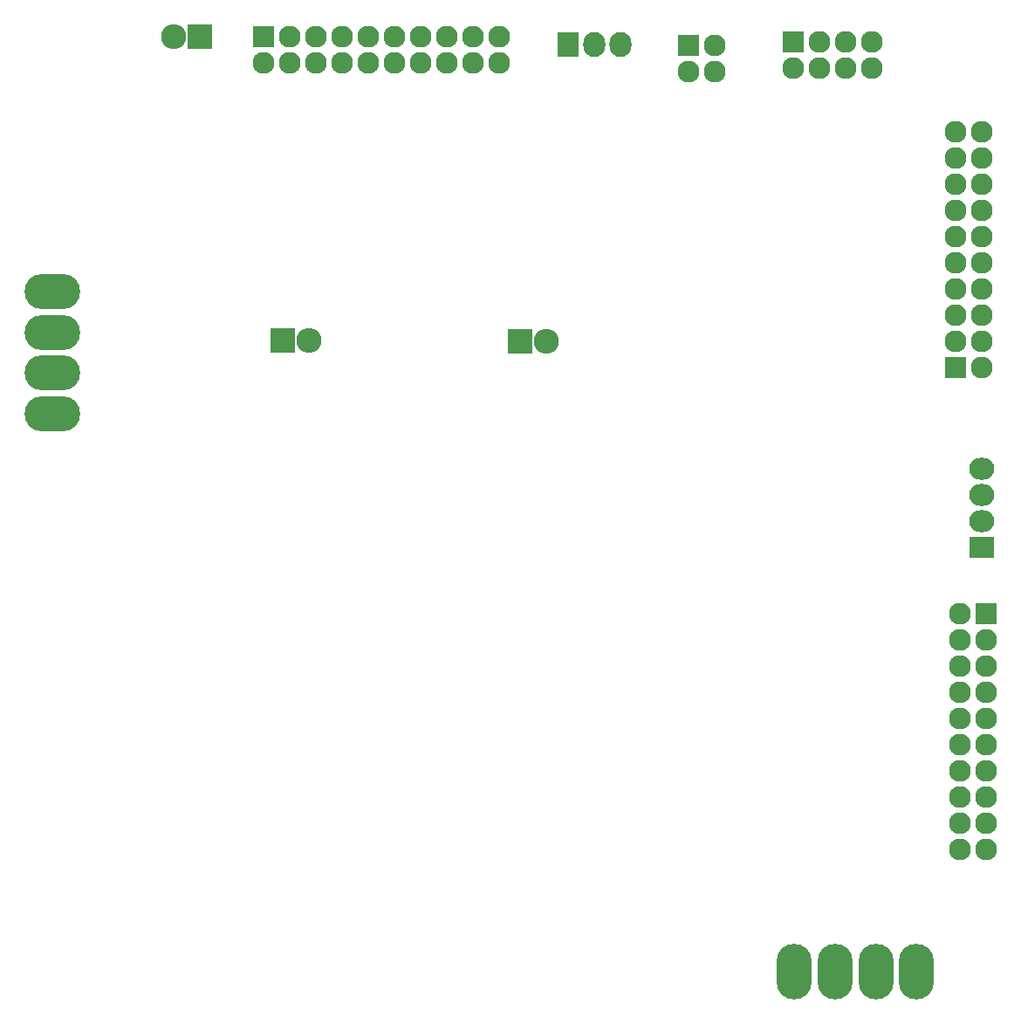
<source format=gbr>
G04 #@! TF.FileFunction,Soldermask,Bot*
%FSLAX46Y46*%
G04 Gerber Fmt 4.6, Leading zero omitted, Abs format (unit mm)*
G04 Created by KiCad (PCBNEW 4.0.6) date 10/03/17 06:58:34*
%MOMM*%
%LPD*%
G01*
G04 APERTURE LIST*
%ADD10C,0.100000*%
%ADD11R,2.432000X2.432000*%
%ADD12O,2.432000X2.432000*%
%ADD13R,2.127200X2.127200*%
%ADD14O,2.127200X2.127200*%
%ADD15R,2.432000X2.127200*%
%ADD16O,2.432000X2.127200*%
%ADD17O,5.401260X3.399740*%
%ADD18O,3.399740X5.401260*%
%ADD19R,2.127200X2.432000*%
%ADD20O,2.127200X2.432000*%
G04 APERTURE END LIST*
D10*
D11*
X108650000Y-54030000D03*
D12*
X111190000Y-54030000D03*
D11*
X131730000Y-54130000D03*
D12*
X134270000Y-54130000D03*
D13*
X173990000Y-56640000D03*
D14*
X176530000Y-56640000D03*
X173990000Y-54100000D03*
X176530000Y-54100000D03*
X173990000Y-51560000D03*
X176530000Y-51560000D03*
X173990000Y-49020000D03*
X176530000Y-49020000D03*
X173990000Y-46480000D03*
X176530000Y-46480000D03*
X173990000Y-43940000D03*
X176530000Y-43940000D03*
X173990000Y-41400000D03*
X176530000Y-41400000D03*
X173990000Y-38860000D03*
X176530000Y-38860000D03*
X173990000Y-36320000D03*
X176530000Y-36320000D03*
X173990000Y-33780000D03*
X176530000Y-33780000D03*
D13*
X176910000Y-80540000D03*
D14*
X174370000Y-80540000D03*
X176910000Y-83080000D03*
X174370000Y-83080000D03*
X176910000Y-85620000D03*
X174370000Y-85620000D03*
X176910000Y-88160000D03*
X174370000Y-88160000D03*
X176910000Y-90700000D03*
X174370000Y-90700000D03*
X176910000Y-93240000D03*
X174370000Y-93240000D03*
X176910000Y-95780000D03*
X174370000Y-95780000D03*
X176910000Y-98320000D03*
X174370000Y-98320000D03*
X176910000Y-100860000D03*
X174370000Y-100860000D03*
X176910000Y-103400000D03*
X174370000Y-103400000D03*
D13*
X106790000Y-24530000D03*
D14*
X106790000Y-27070000D03*
X109330000Y-24530000D03*
X109330000Y-27070000D03*
X111870000Y-24530000D03*
X111870000Y-27070000D03*
X114410000Y-24530000D03*
X114410000Y-27070000D03*
X116950000Y-24530000D03*
X116950000Y-27070000D03*
X119490000Y-24530000D03*
X119490000Y-27070000D03*
X122030000Y-24530000D03*
X122030000Y-27070000D03*
X124570000Y-24530000D03*
X124570000Y-27070000D03*
X127110000Y-24530000D03*
X127110000Y-27070000D03*
X129650000Y-24530000D03*
X129650000Y-27070000D03*
D15*
X176470000Y-74050000D03*
D16*
X176470000Y-71510000D03*
X176470000Y-68970000D03*
X176470000Y-66430000D03*
D13*
X158240000Y-25070000D03*
D14*
X158240000Y-27610000D03*
X160780000Y-25070000D03*
X160780000Y-27610000D03*
X163320000Y-25070000D03*
X163320000Y-27610000D03*
X165860000Y-25070000D03*
X165860000Y-27610000D03*
D17*
X86320000Y-53228800D03*
X86320000Y-57191200D03*
X86320000Y-49268940D03*
X86320000Y-61151060D03*
D18*
X166231200Y-115250000D03*
X162268800Y-115250000D03*
X170191060Y-115250000D03*
X158308940Y-115250000D03*
D19*
X136350000Y-25310000D03*
D20*
X138890000Y-25310000D03*
X141430000Y-25310000D03*
D11*
X100630000Y-24540000D03*
D12*
X98090000Y-24540000D03*
D13*
X148080000Y-25400000D03*
D14*
X148080000Y-27940000D03*
X150620000Y-25400000D03*
X150620000Y-27940000D03*
M02*

</source>
